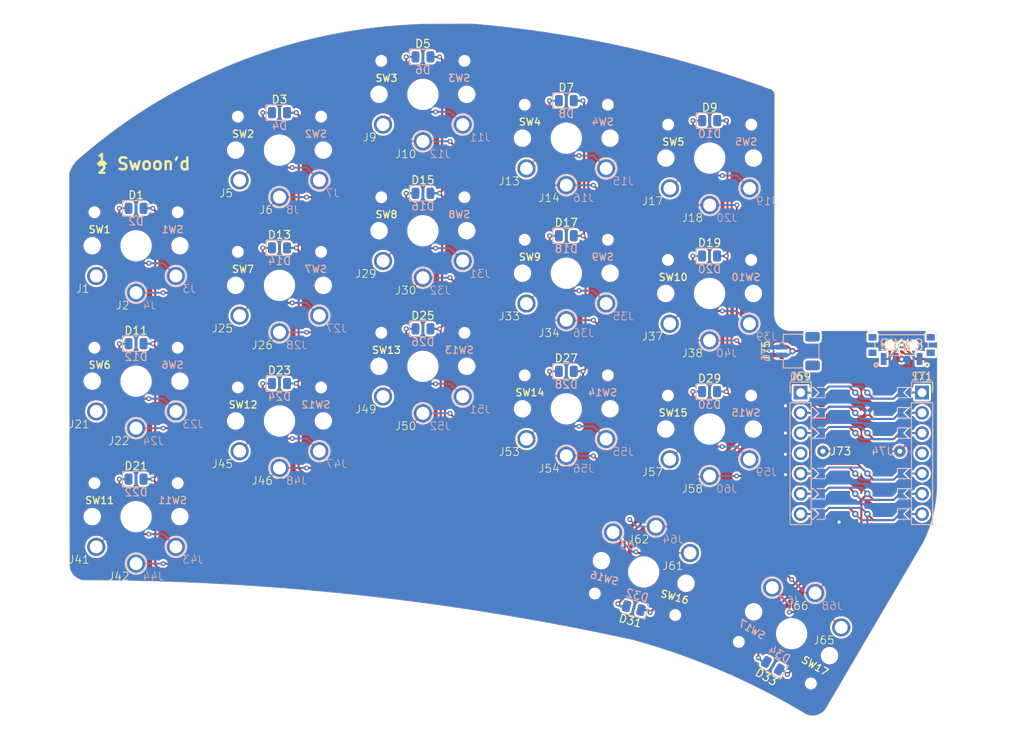
<source format=kicad_pcb>
(kicad_pcb (version 20240108) (generator "pcbnew") (generator_version "8.0")
  (layers (0 "F.Cu" signal) (31 "B.Cu" signal) (34 "B.Paste" user) (35 "F.Paste" user) (36 "B.SilkS" user "B.Silkscreen") (37 "F.SilkS" user "F.Silkscreen") (38 "B.Mask" user) (39 "F.Mask" user) (44 "Edge.Cuts" user))
  (net 0 "")
  (net 1 "/col1")
  (net 2 "Net-(D1-K)")
  (net 3 "Net-(D3-K)")
  (net 4 "/col2")
  (net 5 "/col3")
  (net 6 "Net-(D5-K)")
  (net 7 "Net-(D7-K)")
  (net 8 "/col4")
  (net 9 "Net-(D10-K)")
  (net 10 "/col5")
  (net 11 "Net-(D11-K)")
  (net 12 "Net-(D13-K)")
  (net 13 "Net-(D15-K)")
  (net 14 "Net-(D17-K)")
  (net 15 "Net-(D19-K)")
  (net 16 "Net-(D21-K)")
  (net 17 "Net-(D23-K)")
  (net 18 "Net-(D25-K)")
  (net 19 "Net-(D27-K)")
  (net 20 "Net-(D29-K)")
  (net 21 "Net-(D31-K)")
  (net 22 "Net-(D33-K)")
  (net 23 "/BAT+")
  (net 24 "Net-(J69-Pin_3)")
  (net 25 "Net-(J69-Pin_7)")
  (net 26 "Net-(J69-Pin_6)")
  (net 27 "Net-(J69-Pin_5)")
  (net 28 "Net-(J69-Pin_2)")
  (net 29 "Net-(J69-Pin_1)")
  (net 30 "Net-(J69-Pin_4)")
  (net 31 "Net-(J71-Pin_4)")
  (net 32 "Net-(J71-Pin_7)")
  (net 33 "Net-(J71-Pin_3)")
  (net 34 "Net-(J71-Pin_6)")
  (net 35 "Net-(J71-Pin_2)")
  (net 36 "Net-(J71-Pin_5)")
  (net 37 "Net-(J71-Pin_1)")
  (net 38 "GND")
  (net 39 "Net-(J75-Pin_2)")
  (net 40 "/row4")
  (net 41 "/row2")
  (net 42 "/row3")
  (net 43 "/row1")
  (footprint "Swoon:SW_PG1350_vias" (layer "F.Cu") (at 100.699 75.553)
    (property "Reference" "SW1" (hide yes))
    (property "Value" "SW_Push" (hide yes))
  )
  (footprint "Swoon:SW_PG1350_vias" (layer "F.Cu") (at 118.699 63.553)
    (property "Reference" "SW2" (hide yes))
    (property "Value" "SW_Push" (hide yes))
  )
  (footprint "Swoon:SW_PG1350_vias" (layer "F.Cu") (at 136.699 56.553)
    (property "Reference" "SW3" (hide yes))
    (property "Value" "SW_Push" (hide yes))
  )
  (footprint "Swoon:SW_PG1350_vias" (layer "F.Cu") (at 154.699 62.053)
    (property "Reference" "SW4" (hide yes))
    (property "Value" "SW_Push" (hide yes))
  )
  (footprint "Swoon:SW_PG1350_vias" (layer "F.Cu") (at 172.699 64.553)
    (property "Reference" "SW5" (hide yes))
    (property "Value" "SW_Push" (hide yes))
  )
  (footprint "Swoon:SW_PG1350_vias" (layer "F.Cu") (at 100.699 92.553)
    (property "Reference" "SW6" (hide yes))
    (property "Value" "SW_Push" (hide yes))
  )
  (footprint "Swoon:SW_PG1350_vias" (layer "F.Cu") (at 118.699 80.527)
    (property "Reference" "SW7" (hide yes))
    (property "Value" "SW_Push" (hide yes))
  )
  (footprint "Swoon:SW_PG1350_vias" (layer "F.Cu") (at 136.699 73.669)
    (property "Reference" "SW8" (hide yes))
    (property "Value" "SW_Push" (hide yes))
  )
  (footprint "Swoon:SW_PG1350_vias" (layer "F.Cu") (at 154.699 79.003)
    (property "Reference" "SW9" (hide yes))
    (property "Value" "SW_Push" (hide yes))
  )
  (footprint "Swoon:SW_PG1350_vias" (layer "F.Cu") (at 172.679 81.543)
    (property "Reference" "SW10" (hide yes))
    (property "Value" "SW_Push" (hide yes))
  )
  (footprint "Swoon:SW_PG1350_vias" (layer "F.Cu") (at 100.699 109.553)
    (property "Reference" "SW11" (hide yes))
    (property "Value" "SW_Push" (hide yes))
  )
  (footprint "Swoon:SW_PG1350_vias" (layer "F.Cu") (at 118.699 97.545)
    (property "Reference" "SW12" (hide yes))
    (property "Value" "SW_Push" (hide yes))
  )
  (footprint "Swoon:SW_PG1350_vias" (layer "F.Cu") (at 136.699 90.687)
    (property "Reference" "SW13" (hide yes))
    (property "Value" "SW_Push" (hide yes))
  )
  (footprint "Swoon:SW_PG1350_vias" (layer "F.Cu") (at 154.699 96.021)
    (property "Reference" "SW14" (hide yes))
    (property "Value" "SW_Push" (hide yes))
  )
  (footprint "Swoon:SW_PG1350_vias" (layer "F.Cu") (at 172.679 98.561)
    (property "Reference" "SW15" (hide yes))
    (property "Value" "SW_Push" (hide yes))
  )
  (footprint "Swoon:SW_PG1350_vias" (layer "F.Cu") (at 182.975 124.253 150)
    (property "Reference" "SW17" (hide yes))
    (property "Value" "SW_Push" (hide yes))
  )
  (footprint "Swoon:SW_PG1350_vias" (layer "F.Cu") (at 164.415 116.503 165)
    (property "Reference" "SW16" (hide yes))
    (property "Value" "SW_Push" (hide yes))
  )
  (footprint "Swoon:xiao_nRF52840" (layer "F.Cu") (at 191.729 101.609 -90)
    (property "Reference" "U1" (hide yes))
    (property "Value" "xiao-kbd" (hide yes))
  )
  (footprint "Swoon:3305-0-15-80-47-27-10-0" (layer "F.Cu") (at 136.699 79.569)
    (property "Reference" "J30")
    (property "Value" "3305-0-15-80-47-27-10-0")
  )
  (footprint "Swoon:3305-0-15-80-47-27-10-0" (layer "F.Cu") (at 100.699 81.453)
    (property "Reference" "J2")
    (property "Value" "3305-0-15-80-47-27-10-0")
  )
  (footprint "Diode_SMD:D_0805_2012Metric" (layer "F.Cu") (at 100.699 104.853)
    (property "Reference" "D21")
    (property "Value" "CD4148WSP-C109001")
  )
  (footprint "Swoon:3305-0-15-80-47-27-10-0" (layer "F.Cu") (at 154.699 84.903)
    (property "Reference" "J34")
    (property "Value" "3305-0-15-80-47-27-10-0")
  )
  (footprint "Swoon:3305-0-15-80-47-27-10-0" (layer "F.Cu") (at 172.699 70.453)
    (property "Reference" "J18")
    (property "Value" "3305-0-15-80-47-27-10-0")
  )
  (footprint "Swoon:3305-0-15-80-47-27-10-0" (layer "F.Cu") (at 136.699 62.453)
    (property "Reference" "J10")
    (property "Value" "3305-0-15-80-47-27-10-0")
  )
  (footprint "Diode_SMD:D_0805_2012Metric" (layer "F.Cu") (at 118.699 92.845)
    (property "Reference" "D23")
    (property "Value" "CD4148WSP-C109001")
  )
  (footprint "Swoon:3305-0-15-80-47-27-10-0" (layer "F.Cu") (at 149.699 65.853)
    (property "Reference" "J13")
    (property "Value" "3305-0-15-80-47-27-10-0")
  )
  (footprint "Diode_SMD:D_0805_2012Metric" (layer "F.Cu") (at 172.699 59.853)
    (property "Reference" "D9")
    (property "Value" "CD4148WSP-C109001")
  )
  (footprint "Swoon:3305-0-15-80-47-27-10-0" (layer "F.Cu") (at 95.699 79.353)
    (property "Reference" "J1")
    (property "Value" "3305-0-15-80-47-27-10-0")
  )
  (footprint "Swoon:3305-0-15-80-47-27-10-0" (layer "F.Cu") (at 100.699 98.453)
    (property "Reference" "J22")
    (property "Value" "3305-0-15-80-47-27-10-0")
  )
  (footprint "Swoon:3305-0-15-80-47-27-10-0" (layer "F.Cu") (at 149.699 82.803)
    (property "Reference" "J33")
    (property "Value" "3305-0-15-80-47-27-10-0")
  )
  (footprint "Swoon:3305-0-15-80-47-27-10-0" (layer "F.Cu") (at 170.228142 114.126577)
    (property "Reference" "J61")
    (property "Value" "3305-0-15-80-47-27-10-0")
  )
  (footprint "Swoon:3305-0-15-80-47-27-10-0" (layer "F.Cu") (at 167.679 102.361)
    (property "Reference" "J57")
    (property "Value" "3305-0-15-80-47-27-10-0")
  )
  (footprint "Swoon:3305-0-15-80-47-27-10-0" (layer "F.Cu") (at 118.699 103.445)
    (property "Reference" "J46")
    (property "Value" "3305-0-15-80-47-27-10-0")
  )
  (footprint "Swoon:3305-0-15-80-47-27-10-0" (layer "F.Cu") (at 131.699 94.487)
    (property "Reference" "J49")
    (property "Value" "3305-0-15-80-47-27-10-0")
  )
  (footprint "Diode_SMD:D_0805_2012Metric" (layer "F.Cu") (at 172.679 76.843)
    (property "Reference" "D19")
    (property "Value" "CD4148WSP-C109001")
  )
  (footprint "Swoon:3305-0-15-80-47-27-10-0" (layer "F.Cu") (at 136.699 96.587)
    (property "Reference" "J50")
    (property "Value" "3305-0-15-80-47-27-10-0")
  )
  (footprint "Swoon:3305-0-15-80-47-27-10-0" (layer "F.Cu") (at 113.699 84.327)
    (property "Reference" "J25")
    (property "Value" "3305-0-15-80-47-27-10-0")
  )
  (footprint "Swoon:3305-0-15-80-47-27-10-0" (layer "F.Cu") (at 95.699 113.353)
    (property "Reference" "J41")
    (property "Value" "3305-0-15-80-47-27-10-0")
  )
  (footprint "Swoon:3305-0-15-80-47-27-10-0" (layer "F.Cu") (at 118.699 86.427)
    (property "Reference" "J26")
    (property "Value" "3305-0-15-80-47-27-10-0")
  )
  (footprint "Diode_SMD:D_0805_2012Metric" (layer "F.Cu") (at 154.699 91.321)
    (property "Reference" "D27")
    (property "Value" "CD4148WSP-C109001")
  )
  (footprint "Diode_SMD:D_0805_2012Metric" (layer "F.Cu") (at 118.699 58.853)
    (property "Reference" "D3")
    (property "Value" "CD4148WSP-C109001")
  )
  (footprint "Swoon:3305-0-15-80-47-27-10-0" (layer "F.Cu") (at 189.205127 123.462103)
    (property "Reference" "J65")
    (property "Value" "3305-0-15-80-47-27-10-0")
  )
  (footprint "Swoon:3305-0-15-80-47-27-10-0" (layer "F.Cu") (at 131.699 60.353)
    (property "Reference" "J9")
    (property "Value" "3305-0-15-80-47-27-10-0")
  )
  (footprint "Swoon:3305-0-15-80-47-27-10-0" (layer "F.Cu") (at 100.699 115.453)
    (property "Reference" "J42")
    (property "Value" "3305-0-15-80-47-27-10-0")
  )
  (footprint "Swoon:JST_SH_SM02B-SRSS-TB_1x02-1MP_P1.00mm_Horizontal" (layer "F.Cu") (at 183.728 88.782 90)
    (property "Reference" "J75")
    (property "Value" "JST SM02B-SRSS-TB(LF)(SN)")
  )
  (footprint "Swoon:3305-0-15-80-47-27-10-0" (layer "F.Cu") (at 167.679 85.343)
    (property "Reference" "J37")
    (property "Value" "3305-0-15-80-47-27-10-0")
  )
  (footprint "Diode_SMD:D_0805_2012Metric" (layer "F.Cu") (at 163.16362 121.04336 165)
    (property "Reference" "D31")
    (property "Value" "CD4148WSP-C109001")
  )
  (footprint "Swoon:3305-0-15-80-47-27-10-0" (layer "F.Cu") (at 118.699 69.453)
    (property "Reference" "J6")
    (property "Value" "3305-0-15-80-47-27-10-0")
  )
  (footprint "Swoon:3305-0-15-80-47-27-10-0" (layer "F.Cu") (at 113.699 67.353)
    (property "Reference" "J5")
    (property "Value" "3305-0-15-80-47-27-10-0")
  )
  (footprint "Diode_SMD:D_0805_2012Metric" (layer "F.Cu") (at 118.699 75.827)
    (property "Reference" "D13")
    (property "Value" "CD4148WSP-C109001")
  )
  (footprint "Diode_SMD:D_0805_2012Metric" (layer "F.Cu") (at 172.679 93.861)
    (property "Reference" "D29")
    (property "Value" "CD4148WSP-C109001")
  )
  (footprint "Swoon:3305-0-15-80-47-27-10-0" (layer "F.Cu") (at 113.699 101.345)
    (property "Reference" "J45")
    (property "Value" "3305-0-15-80-47-27-10-0")
  )
  (footprint "Diode_SMD:D_0805_2012Metric" (layer "F.Cu") (at 136.699 68.969)
    (property "Reference" "D15")
    (property "Value" "CD4148WSP-C109001")
  )
  (footprint "Swoon:3305-0-15-80-47-27-10-0" (layer "F.Cu") (at 172.679 104.461)
    (property "Reference" "J58")
    (property "Value" "3305-0-15-80-47-27-10-0")
  )
  (footprint "Diode_SMD:D_0805_2012Metric" (layer "F.Cu") (at 154.699 74.303)
    (property "Reference" "D17")
    (property "Value" "CD4148WSP-C109001")
  )
  (footprint "Swoon:3305-0-15-80-47-27-10-0" (layer "F.Cu") (at 185.925 119.14345)
    (property "Reference" "J66")
    (property "Value" "3305-0-15-80-47-27-10-0")
  )
  (footprint "Swoon:MF254V-11-07-0743" (layer "F.Cu") (at 199.349 101.609 -90)
    (property "Reference" "J71")
    (property "Value" "MF254V-11-07-0743")
  )
  (footprint "Swoon:3305-0-15-80-47-27-10-0" (layer "F.Cu") (at 172.679 87.443)
    (property "Reference" "J38")
    (property "Value" "3305-0-15-80-47-27-10-0")
  )
  (footprint "Diode_SMD:D_0805_2012Metric" (layer "F.Cu") (at 100.699 70.853)
    (property "Reference" "D1")
    (property "Value" "CD4148WSP-C109001")
  )
  (footprint "Swoon:MF254V-11-07-0743" (layer "F.Cu") (at 184.109 101.609 -90)
    (property "Reference" "J69")
    (property "Value" "MF254V-11-07-0743")
  )
  (footprint "Swoon:3305-0-15-80-47-27-10-0" (layer "F.Cu") (at 165.942032 110.804038)
    (property "Reference" "J62")
    (property "Value" "3305-0-15-80-47-27-10-0")
  )
  (footprint "Diode_SMD:D_0805_2012Metric" (layer "F.Cu") (at 154.699 57.353)
    (property "Reference" "D7")
    (property "Value" "CD4148WSP-C109001")
  )
  (footprint "Swoon:3305-0-15-80-47-27-10-0" (layer "F.Cu") (at 131.699 77.469)
    (property "Reference" "J29")
    (property "Value" "3305-0-15-80-47-27-10-0")
  )
  (footprint "Swoon:3305-0-15-80-47-27-10-0" (layer "F.Cu") (at 154.699 101.921)
    (property "Reference" "J54")
    (property "Value" "3305-0-15-80-47-27-10-0")
  )
  (footprint "Swoon:SW_PCM12SMTR" (layer "F.Cu") (at 196.785 88.02 180)
    (property "Reference" "SW18")
    (property "Value" "PCM12SMTR")
  )
  (footprint "Swoon:3305-0-15-80-47-27-10-0" (layer "F.Cu") (at 154.699 67.953)
    (property "Reference" "J14")
    (property "Value" "3305-0-15-80-47-27-10-0")
  )
  (footprint "Diode_SMD:D_0805_2012Metric" (layer "F.Cu") (at 180.619963 128.27147 150)
    (property "Reference" "D33")
    (property "Value" "CD4148WSP-C109001")
  )
  (footprint "Swoon:3305-0-15-80-47-27-10-0" (layer "F.Cu") (at 95.699 96.353)
    (property "Reference" "J21")
    (property "Value" "3305-0-15-80-47-27-10-0")
  )
  (footprint "Diode_SMD:D_0805_2012Metric" (layer "F.Cu") (at 136.699 85.987)
    (property "Reference" "D25")
    (property "Value" "CD4148WSP-C109001")
  )
  (footprint "Swoon:3305-0-15-80-47-27-10-0" (layer "F.Cu") (at 167.699 68.353)
    (property "Reference" "J17")
    (property "Value" "3305-0-15-80-47-27-10-0")
  )
  (footprint "Diode_SMD:D_0805_2012Metric" (layer "F.Cu") (at 100.699 87.853)
    (property "Reference" "D11")
    (property "Value" "CD4148WSP-C109001")
  )
  (footprint "Diode_SMD:D_0805_2012Metric" (layer "F.Cu") (at 136.699 51.853)
    (property "Reference" "D5")
    (property "Value" "CD4148WSP-C109001")
  )
  (footprint "Swoon:0906-2-15-20-75-14-11-0" (layer "F.Cu") (at 186.903 101.355)
    (property "Reference" "J73")
    (property "Value" "Mill Max 0906-2-15-20-75-14-11-0")
  )
  (footprint "Swoon:3305-0-15-80-47-27-10-0" (layer "F.Cu") (at 149.699 99.821)
    (property "Reference" "J53")
    (property "Value" "3305-0-15-80-47-27-10-0")
  )
  (footprint "Swoon:3305-0-15-80-47-27-10-0" (layer "B.Cu") (at 118.699 69.453 180)
    (property "Reference" "J8")
    (property "Value" "3305-0-15-80-47-27-10-0")
  )
  (footprint "Swoon:3305-0-15-80-47-27-10-0" (layer "B.Cu") (at 154.699 101.921 180)
    (property "Reference" "J56")
    (property "Value" "3305-0-15-80-47-27-10-0")
  )
  (footprint "Swoon:3305-0-15-80-47-27-10-0" (layer "B.Cu") (at 118.699 103.445 180)
    (property "Reference" "J48")
    (property "Value" "3305-0-15-80-47-27-10-0")
  )
  (footprint "Diode_SMD:D_0805_2012Metric" (layer "B.Cu") (at 100.699 87.853)
    (property "Reference" "D12")
    (property "Value" "CD4148WSP-C109001")
  )
  (footprint "Swoon:3305-0-15-80-47-27-10-0" (layer "B.Cu") (at 118.699 86.427 180)
    (property "Reference" "J28")
    (property "Value" "3305-0-15-80-47-27-10-0")
  )
  (footprint "Diode_SMD:D_0805_2012Metric" (layer "B.Cu") (at 154.699 74.303)
    (property "Reference" "D18")
    (property "Value" "CD4148WSP-C109001")
  )
  (footprint "Swoon:3305-0-15-80-47-27-10-0" (layer "B.Cu") (at 123.699 84.327 180)
    (property "Reference" "J27")
    (property "Value" "3305-0-15-80-47-27-10-0")
  )
  (footprint "Swoon:MF254V-11-07-0743" (layer "B.Cu") (at 199.349 101.609 -90)
    (property "Reference" "J72")
    (property "Value" "MF254V-11-07-0743")
  )
  (footprint "Swoon:3305-0-15-80-47-27-10-0" (layer "B.Cu") (at 123.699 101.345 180)
    (property "Reference" "J47")
    (property "Value" "3305-0-15-80-47-27-10-0")
  )
  (footprint "Swoon:3305-0-15-80-47-27-10-0" (layer "B.Cu") (at 154.699 67.953 180)
    (property "Reference" "J16")
    (property "Value" "3305-0-15-80-47-27-10-0")
  )
  (footprint "Swoon:MF254V-11-07-0743" (layer "B.Cu") (at 184.109 101.609 -90)
    (property "Reference" "J70")
    (property "Value" "MF254V-11-07-0743")
  )
  (footprint "Swoon:3305-0-15-80-47-27-10-0" (layer "B.Cu") (at 141.699 77.469 180)
    (property "Reference" "J31")
    (property "Value" "3305-0-15-80-47-27-10-0")
  )
  (footprint "Swoon:3305-0-15-80-47-27-10-0" (layer "B.Cu") (at 123.699 67.353 180)
    (property "Reference" "J7")
    (property "Value" "3305-0-15-80-47-27-10-0")
  )
  (footprint "Diode_SMD:D_0805_2012Metric" (layer "B.Cu") (at 163.16362 121.04336 165)
    (property "Reference" "D32")
    (property "Value" "CD4148WSP-C109001")
  )
  (footprint "Swoon:3305-0-15-80-47-27-10-0" (layer "B.Cu") (at 177.699 68.353 180)
    (property "Reference" "J19")
    (property "Value" "3305-0-15-80-47-27-10-0")
  )
  (footprint "Diode_SMD:D_0805_2012Metric" (layer "B.Cu") (at 100.699 104.853)
    (property "Reference" "D22")
    (property "Value" "CD4148WSP-C109001")
  )
  (footprint "Swoon:3305-0-15-80-47-27-10-0" (layer "B.Cu") (at 154.699 84.903 180)
    (property "Reference" "J36")
    (property "Value" "3305-0-15-80-47-27-10-0")
  )
  (footprint "Diode_SMD:D_0805_2012Metric" (layer "B.Cu") (at 172.679 93.861)
    (property "Reference" "D30")
    (property "Value" "CD4148WSP-C109001")
  )
  (footprint "Swoon:3305-0-15-80-47-27-10-0" (layer "B.Cu") (at 100.699 115.453 180)
    (property "Reference" "J44")
    (property "Value" "3305-0-15-80-47-27-10-0")
  )
  (footprint "Swoon:3305-0-15-80-47-27-10-0" (layer "B.Cu") (at 185.925 119.14345 180)
    (property "Reference" "J68")
    (property "Value" "3305-0-15-80-47-27-10-0")
  )
  (footprint "Diode_SMD:D_0805_2012Metric" (layer "B.Cu") (at 172.679 76.843)
    (property "Reference" "D20")
    (property "Value" "CD4148WSP-C109001")
  )
  (footprint "Swoon:3305-0-15-80-47-27-10-0" (layer "B.Cu") (at 165.942032 110.804038 180)
    (property "Reference" "J64")
    (property "Value" "3305-0-15-80-47-27-10-0")
  )
  (footprint "Swoon:3305-0-15-80-47-27-10-0" (layer "B.Cu") (at 172.699 70.453 180)
    (property "Reference" "J20")
    (property "Value" "3305-0-15-80-47-27-10-0")
  )
  (footprint "Swoon:3305-0-15-80-47-27-10-0" (layer "B.Cu") (at 177.679 85.343 180)
    (property "Reference" "J39")
    (property "Value" "3305-0-15-80-47-27-10-0")
  )
  (footprint "Diode_SMD:D_0805_2012Metric" (layer "B.Cu") (at 118.699 58.853)
    (property "Reference" "D4")
    (property "Value" "CD4148WSP-C109001")
  )
  (footprint "Swoon:3305-0-15-80-47-27-10-0" (layer "B.Cu") (at 100.699 98.453 180)
    (property "Reference" "J24")
    (property "Value" "3305-0-15-80-47-27-10-0")
  )
  (footprint "Swoon:3305-0-15-80-47-27-10-0" (layer "B.Cu") (at 136.699 62.453 180)
    (property "Reference" "J12")
    (property "Value" "3305-0-15-80-47-27-10-0")
  )
  (footprint "Swoon:3305-0-15-80-47-27-10-0" (layer "B.Cu") (at 180.544873 118.462103 180)
    (property "Reference" "J67")
    (property "Value" "3305-0-15-80-47-27-10-0")
  )
  (footprint "Swoon:3305-0-15-80-47-27-10-0" (layer "B.Cu") (at 159.699 65.853 180)
    (property "Reference" "J15")
    (property "Value" "3305-0-15-80-47-27-10-0")
  )
  (footprint "Swoon:3305-0-15-80-47-27-10-0" (layer "B.Cu") (at 105.699 96.353 180)
    (property "Reference" "J23")
    (property "Value" "3305-0-15-80-47-27-10-0")
  )
  (footprint "Swoon:3305-0-15-80-47-27-10-0" (layer "B.Cu") (at 159.699 99.821 180)
    (property "Reference" "J55")
    (property "Value" "3305-0-15-80-47-27-10-0")
  )
  (footprint "Diode_SMD:D_0805_2012Metric" (layer "B.Cu") (at 118.699 92.845)
    (property "Reference" "D24")
    (property "Value" "CD4148WSP-C109001")
  )
  (footprint "Swoon:0906-2-15-20-75-14-11-0" (layer "B.Cu") (at 196.555 101.355 180)
    (property "Reference" "J74")
    (property "Value" "Mill Max 0906-2-15-20-75-14-11-0")
  )
  (footprint "Swoon:3305-0-15-80-47-27-10-0" (layer "B.Cu") (at 159.699 82.803 180)
    (property "Reference" "J35")
    (property "Value" "3305-0-15-80-47-27-10-0")
  )
  (footprint "Diode_SMD:D_0805_2012Metric" (layer "B.Cu") (at 118.699 75.827)
    (property "Reference" "D14")
    (property "Value" "CD4148WSP-C109001")
  )
  (footprint "Swoon:JST_SH_SM02B-SRSS-TB_1x02-1MP_P1.00mm_Horizontal" (layer "B.Cu") (at 183.728 88.782 -90)
    (property "Reference" "J76")
    (property "Value" "JST SM02B-SRSS-TB(LF)(SN)")
  )
  (footprint "Swoon:3305-0-15-80-47-27-10-0" (layer "B.Cu") (at 141.699 94.487 180)
    (property "Reference" "J51")
    (property "Value" "3305-0-15-80-47-27-10-0")
  )
  (footprint "Swoon:3305-0-15-80-47-27-10-0" (layer "B.Cu") (at 136.699 96.587 180)
    (property "Reference" "J52")
    (property "Value" "3305-0-15-80-47-27-10-0")
  )
  (footprint "Swoon:SW_PCM12SMTR" (layer "B.Cu") (at 196.785 88.02)
    (property "Reference" "SW19")
    (property "Value" "PCM12SMTR")
  )
  (footprint "Swoon:3305-0-15-80-47-27-10-0" (layer "B.Cu") (at 141.699 60.353 180)
    (property "Reference" "J11")
    (property "Value" "3305-0-15-80-47-27-10-0")
  )
  (footprint "Diode_SMD:D_0805_2012Metric" (layer "B.Cu") (at 136.699 85.987)
    (property "Reference" "D26")
    (property "Value" "CD4148WSP-C109001")
  )
  (footprint "Swoon:3305-0-15-80-47-27-10-0" (layer "B.Cu") (at 105.699 79.353 180)
    (property "Reference" "J3")
    (property "Value" "3305-0-15-80-47-27-10-0")
  )
  (footprint "Diode_SMD:D_0805_2012Metric" (layer "B.Cu") (at 172.699 59.853)
    (property "Reference" "D10")
    (property "Value" "CD4148WSP-C109001")
  )
  (footprint "Swoon:3305-0-15-80-47-27-10-0" (layer "B.Cu") (at 160.568883 111.538387 180)
    (property "Reference" "J63")
    (property "Value" "3305-0-15-80-47-27-10-0")
  )
  (footprint "Swoon:3305-0-15-80-47-27-10-0" (layer "B.Cu") (at 136.699 79.569 180)
    (property "Reference" "J32")
    (property "Value" "3305-0-15-80-47-27-10-0")
  )
  (footprint "Swoon:3305-0-15-80-47-27-10-0" (layer "B.Cu") (at 172.679 104.461 180)
    (property "Reference" "J60")
    (property "Value" "3305-0-15-80-47-27-10-0")
  )
  (footprint "Diode_SMD:D_0805_2012Metric" (layer "B.Cu") (at 154.699 57.353)
    (property "Reference" "D8")
    (property "Value" "CD4148WSP-C109001")
  )
  (footprint "Swoon:3305-0-15-80-47-27-10-0" (layer "B.Cu") (at 100.699 81.453 180)
    (property "Reference" "J4")
    (property "Value" "3305-0-15-80-47-27-10-0")
  )
  (footprint "Diode_SMD:D_0805_2012Metric" (layer "B.Cu") (at 136.699 68.969)
    (property "Reference" "D16")
    (property "Value" "CD4148WSP-C109001")
  )
  (footprint "Diode_SMD:D_0805_2012Metric" (layer "B.Cu") (at 136.699 51.853)
    (property "Reference" "D6")
    (property "Value" "CD4148WSP-C109001")
  )
  (footprint "Swoon:3305-0-15-80-47-27-10-0" (layer "B.Cu") (at 172.679 87.443 180)
    (property "Reference" "J40")
    (property "Value" "3305-0-15-80-47-27-10-0")
  )
  (footprint "Diode_SMD:D_0805_2012Metric" (layer "B.Cu") (at 154.699 91.321)
    (property "Reference" "D28")
    (property "Value" "CD4148WSP-C109001")
  )
  (footprint "Swoon:3305-0-15-80-47-27-10-0" (layer "B.Cu") (at 177.679 102.361 180)
    (property "Reference" "J59")
    (property "Value" "3305-0-15-80-47-27-10-0")
  )
  (footprint "Diode_SMD:D_0805_2012Metric" (layer "B.Cu") (at 180.619963 128.27147 150)
    (property "Reference" "D34")
    (property "Value" "CD4148WSP-C109001")
  )
  (footprint "Diode_SMD:D_0805_2012Metric" (layer "B.Cu") (at 100.699 70.853)
    (property "Reference" "D2")
    (property "Value" "CD4148WSP-C109001")
  )
  (footprint "Swoon:3305-0-15-80-47-27-10-0" (layer "B.Cu") (at 105.699 113.353 180)
    (property "Reference" "J43")
    (property "Value" "3305-0-15-80-47-27-10-0")
  )
  (gr_arc (start 200.504304 86.239736) (mid 201.034632 86.459407) (end 201.254304 86.989736) (stroke (width 0.05)) (layer "Edge.Cuts"))
  (gr_line (start 92.309055 66.449702) (end 92.349254 115.718024) (stroke (width 0.05)) (layer "Edge.Cuts"))
  (gr_arc (start 180.40629 55.929889) (mid 180.723054 56.206654) (end 180.841045 56.610419) (stroke (width 0.05)) (layer "Edge.Cuts"))
  (gr_arc (start 163.028134 125.034946) (mid 174.105488 128.894597) (end 184.557 134.221) (stroke (width 0.05)) (layer "Edge.Cuts"))
  (gr_arc (start 92.309055 66.449702) (mid 92.865929 65.331882) (end 93.736 64.436) (stroke (width 0.05)) (layer "Edge.Cuts"))
  (gr_arc (start 182.839 86.244264) (mid 181.426529 85.695063) (end 180.803999 84.313346) (stroke (width 0.05)) (layer "Edge.Cuts"))
  (gr_arc (start 142.910777 47.673679) (mid 161.934879 50.546764) (end 180.40629 55.929889) (stroke (width 0.05)) (layer "Edge.Cuts"))
  (gr_arc (start 187.289 133.622265) (mid 186.047995 134.49198) (end 184.557 134.221) (stroke (width 0.05)) (layer "Edge.Cuts"))
  (gr_arc (start 94.387 117.554119) (mid 128.907442 119.460554) (end 163.028134 125.034946) (stroke (width 0.05)) (layer "Edge.Cuts"))
  (gr_arc (start 94.387 117.554119) (mid 92.999572 117.045103) (end 92.349254 115.718024) (stroke (width 0.05)) (layer "Edge.Cuts"))
  (gr_line (start 201.254304 86.989736) (end 201.254 91.957) (stroke (width 0.05)) (layer "Edge.Cuts"))
  (gr_line (start 180.803999 84.313346) (end 180.841045 56.610419) (stroke (width 0.05)) (layer "Edge.Cuts"))
  (gr_line (start 182.839 86.244264) (end 200.504304 86.239736) (stroke (width 0.05)) (layer "Edge.Cuts"))
  (gr_arc (start 93.736 64.436) (mid 114.712524 52.004455) (end 138.709389 47.679139) (stroke (width 0.05)) (layer "Edge.Cuts"))
  (gr_line (start 199.507304 112.785) (end 187.289 133.622265) (stroke (width 0.05)) (layer "Edge.Cuts"))
  (gr_arc (start 201.254 105.46085) (mid 200.796914 109.222197) (end 199.507304 112.785) (stroke (width 0.05)) (layer "Edge.Cuts"))
  (gr_line (start 142.910777 47.673679) (end 138.709389 47.679139) (stroke (width 0.05)) (layer "Edge.Cuts"))
  (gr_line (start 201.254 91.957) (end 201.266 99.323) (stroke (width 0.05)) (layer "Edge.Cuts"))
  (gr_line (start 201.266 99.323) (end 201.254 105.46085) (stroke (width 0.05)) (layer "Edge.Cuts"))
  (gr_text "½ Swoon'd" (at 101.559 65.287 0) (layer "F.SilkS") (effects (font (size 1.5 1.5) (thickness 0.3))))
  (segment (start 164.297 110.245) (end 164.297 108.594) (width 0.25) (layer "F.Cu") (net 1))
  (segment (start 103.109 104.543) (end 102.799 104.853) (width 0.25) (layer "F.Cu") (net 1))
  (segment (start 161.170106 120.499331) (end 162.024883 119.644554) (width 0.25) (layer "F.Cu") (net 1))
  (segment (start 103.109 71.163) (end 103.109 87.543) (width 0.25) (layer "F.Cu") (net 1))
  (segment (start 162.024883 112.517117) (end 164.297 110.245) (width 0.25) (layer "F.Cu") (net 1))
  (segment (start 118.704 104.911) (end 107.527 116.088) (width 0.25) (layer "F.Cu") (net 1))
  (segment (start 161.249 108.594) (end 157.566 104.911) (width 0.25) (layer "F.Cu") (net 1))
  (segment (start 157.566 104.911) (end 118.704 104.911) (width 0.25) (layer "F.Cu") (net 1))
  (segment (start 103.109 115.605) (end 103.109 105.163) (width 0.25) (layer "F.Cu") (net 1))
  (segment (start 183.22 110.626) (end 185.21527 110.626) (width 0.25) (layer "F.Cu") (net 1))
  (segment (start 101.6365 104.853) (end 102.799 104.853) (width 0.25) (layer "F.Cu") (net 1))
  (segment (start 185.21527 110.626) (end 186.61227 109.229) (width 0.25) (layer "F.Cu") (net 1))
  (segment (start 102.799 87.853) (end 103.109 88.163) (width 0.25) (layer "F.Cu") (net 1))
  (segment (start 103.109 105.163) (end 102.799 104.853) (width 0.25) (layer "F.Cu") (net 1))
  (segment (start 102.799 70.853) (end 103.109 71.163) (width 0.25) (layer "F.Cu") (net 1))
  (segment (start 103.109 88.163) (end 103.109 104.543) (width 0.25) (layer "F.Cu") (net 1))
  (segment (start 186.61227 109.229) (end 186.903 109.229) (width 0.25) (layer "F.Cu") (net 1))
  (segment (start 161.471492 120.800717) (end 161.170106 120.499331) (width 0.25) (layer "F.Cu") (net 1))
  (segment (start 164.297 108.594) (end 181.188 108.594) (width 0.25) (layer "F.Cu") (net 1))
  (segment (start 101.6365 70.853) (end 102.799 70.853) (width 0.25) (layer "F.Cu") (net 1))
  (segment (start 101.6365 87.853) (end 102.799 87.853) (width 0.25) (layer "F.Cu") (net 1))
  (segment (start 181.188 108.594) (end 183.22 110.626) (width 0.25) (layer "F.Cu") (net 1))
  (segment (start 103.592 116.088) (end 103.109 115.605) (width 0.25) (layer "F.Cu") (net 1))
  (segment (start 162.258065 120.800717) (end 161.471492 120.800717) (width 0.25) (layer "F.Cu") (net 1))
  (segment (start 164.297 108.594) (end 161.249 108.594) (width 0.25) (layer "F.Cu") (net 1))
  (segment (start 107.527 116.088) (end 103.592 116.088) (width 0.25) (layer "F.Cu") (net 1))
  (segment (start 162.024883 119.644554) (end 162.024883 112.517117) (width 0.25) (layer "F.Cu") (net 1))
  (segment (start 103.109 87.543) (end 102.799 87.853) (width 0.25) (layer "F.Cu") (net 1))
  (segment (start 101.6365 70.853) (end 102.799 70.853) (width 0.25) (layer "B.Cu") (net 1))
  (segment (start 101.6365 87.853) (end 102.799 87.853) (width 0.25) (layer "B.Cu") (net 1))
  (segment (start 162.258065 120.800717) (end 161.471492 120.800717) (width 0.25) (layer "B.Cu") (net 1))
  (segment (start 101.6365 104.853) (end 102.799 104.853) (width 0.25) (layer "B.Cu") (net 1))
  (segment (start 161.471492 120.800717) (end 161.170106 120.499331) (width 0.25) (layer "B.Cu") (net 1))
  (segment (start 98.599 77.748495) (end 98.603505 77.753) (width 0.25) (layer "F.Cu") (net 2))
  (segment (start 99.7615 70.853) (end 98.599 70.853) (width 0.25) (layer "F.Cu") (net 2))
  (segment (start 97.299 77.753) (end 95.699 79.353) (width 0.25) (layer "F.Cu") (net 2))
  (segment (start 102.299 77.753) (end 98.603505 77.753) (width 0.25) (layer "F.Cu") (net 2))
  (segment (start 98.599 70.853) (end 98.599 77.748495) (width 0.25) (layer "F.Cu") (net 2))
  (segment (start 98.603505 77.753) (end 97.299 77.753) (width 0.25) (layer "F.Cu") (net 2))
  (segment (start 99.7615 70.853) (end 98.599 70.853) (width 0.25) (layer "B.Cu") (net 2))
  (segment (start 102.299 77.753) (end 104.099 77.753) (width 0.25) (layer "B.Cu") (net 2))
  (segment (start 104.099 77.753) (end 105.699 79.353) (width 0.25) (layer "B.Cu") (net 2))
  (segment (start 115.299 65.753) (end 113.699 67.353) (width 0.25) (layer "F.Cu") (net 3))
  (segment (start 116.799 65.753) (end 115.299 65.753) (width 0.25) (layer "F.Cu") (net 3))
  (segment (start 116.599 65.553) (end 116.799 65.753) (width 0.25) (layer "F.Cu") (net 3))
  (segment (start 120.299 65.753) (end 116.799 65.753) (width 0.25) (layer "F.Cu") (net 3))
  (segment (start 116.599 58.853) (end 116.599 65.553) (width 0.25) (layer "F.Cu") (net 3))
  (segment (start 117.7615 58.853) (end 116.599 58.853) (width 0.25) (layer "F.Cu") (net 3))
  (segment (start 117.7615 58.853) (end 116.599 58.853) (width 0.25) (layer "B.Cu") (net 3))
  (segment (start 120.299 65.753) (end 122.099 65.753) (width 0.25) (layer "B.Cu") (net 3))
  (segment (start 122.099 65.753) (end 123.699 67.353) (width 0.25) (layer "B.Cu") (net 3))
  (segment (start 157.82 104.149) (end 161.535 107.864) (width 0.25) (layer "F.Cu") (net 4))
  (segment (start 121.109 59.163) (end 121.109 75.517) (width 0.25) (layer "F.Cu") (net 4))
  (segment (start 121.752 104.149) (end 157.82 104.149) (width 0.25) (layer "F.Cu") (net 4))
  (segment (start 191.729 110.372) (end 191.729 107.451) (width 0.25) (layer "F.Cu") (net 4))
  (segment (start 120.799 92.845) (end 121.109 93.155) (width 0.25) (layer "F.Cu") (net 4))
  (segment (start 191.316 107.864) (end 192.491 106.689) (width 0.25) (layer "F.Cu") (net 4))
  (segment (start 120.799 58.853) (end 121.109 59.163) (width 0.25) (layer "F.Cu") (net 4))
  (segment (start 121.109 92.535) (end 120.799 92.845) (width 0.25) (layer "F.Cu") (net 4))
  (segment (start 178.806347 123.294653) (end 191.729 110.372) (width 0.25) (layer "F.Cu") (net 4))
  (segment (start 179.335748 127.80272) (end 178.806347 127.273319) (width 0.25) (layer "F.Cu") (net 4))
  (segment (start 179.808064 127.80272) (end 179.335748 127.80272) (width 0.25) (layer "F.Cu") (net 4))
  (segment (start 119.6365 92.845) (end 120.799 92.845) (width 0.25) (layer "F.Cu") (net 4))
  (segment (start 121.109 103.506) (end 121.752 104.149) (width 0.25) (layer "F.Cu") (net 4))
  (segment (start 178.806347 127.273319) (end 178.806347 123.294653) (width 0.25) (layer "F.Cu") (net 4))
  (segment (start 119.6365 58.853) (end 120.799 58.853) (width 0.25) (layer "F.Cu") (net 4))
  (segment (start 121.109 93.155) (end 121.109 103.506) (width 0.25) (layer "F.Cu") (net 4))
  (segment (start 191.729 107.451) (end 192.491 106.689) (width 0.25) (layer "F.Cu") (net 4))
  (segment (start 161.535 107.864) (end 191.316 107.864) (width 0.25) (layer "F.Cu") (net 4))
  (segment (start 121.109 75.517) (end 120.799 75.827) (width 0.25) (layer "F.Cu") (net 4))
  (segment (start 120.799 75.827) (end 121.109 76.137) (width 0.25) (layer "F.Cu") (net 4))
  (segment (start 121.109 76.137) (end 121.109 92.535) (width 0.25) (layer "F.Cu") (net 4))
  (segment (start 119.6365 75.827) (end 120.799 75.827) (width 0.25) (layer "F.Cu") (net 4))
  (segment (start 179.808064 127.80272) (end 179.335748 127.80272) (width 0.25) (layer "B.Cu") (net 4))
  (segment (start 119.6365 92.845) (end 120.799 92.845) (width 0.25) (layer "B.Cu") (net 4))
  (segment (start 119.6365 75.827) (end 120.799 75.827) (width 0.25) (layer "B.Cu") (net 4))
  (segment (start 179.335748 127.80272) (end 178.806347 127.273319) (width 0.25) (layer "B.Cu") (net 4))
  (segment (start 119.6365 58.853) (end 120.799 58.853) (width 0.25) (layer "B.Cu") (net 4))
  (segment (start 137.6365 85.987) (end 138.799 85.987) (width 0.25) (layer "F.Cu") (net 5))
  (segment (start 139.109 85.677) (end 138.799 85.987) (width 0.25) (layer "F.Cu") (net 5))
  (segment (start 137.6365 51.853) (end 138.799 51.853) (width 0.25) (layer "F.Cu") (net 5))
  (segment (start 138.799 85.987) (end 138.934 86.122) (width 0.25) (layer "F.Cu") (net 5))
  (segment (start 139.109 52.163) (end 139.109 68.659) (width 0.25) (layer "F.Cu") (net 5))
  (segment (start 138.934 97.963) (end 144.348 103.377) (width 0.25) (layer "F.Cu") (net 5))
  (segment (start 139.109 69.279) (end 139.109 85.677) (width 0.25) (layer "F.Cu") (net 5))
  (segment (start 138.934 86.122) (end 138.934 97.963) (width 0.25) (layer "F.Cu") (net 5))
  (segment (start 138.799 68.969) (end 139.109 69.279) (width 0.25) (layer "F.Cu") (net 5))
  (segment (start 186.61227 106.689) (end 186.903 106.689) (width 0.25) (layer "F.Cu") (net 5))
  (segment (start 182.998 105.514) (end 185.43727 105.514) (width 0.25) (layer "F.Cu") (net 5))
  (segment (start 158.064 103.377) (end 161.884 107.197) (width 0.25) (layer "F.Cu") (net 5))
  (segment (start 138.799 51.853) (end 139.109 52.163) (width 0.25) (layer "F.Cu") (net 5))
  (segment (start 144.348 103.377) (end 158.064 103.377) (width 0.25) (layer "F.Cu") (net 5))
  (segment (start 139.109 68.659) (end 138.799 68.969) (width 0.25) (layer "F.Cu") (net 5))
  (segment (start 137.6365 68.969) (end 138.799 68.969) (width 0.25) (layer "F.Cu") (net 5))
  (segment (start 161.884 107.197) (end 181.315 107.197) (width 0.25) (layer "F.Cu") (net 5))
  (segment (start 181.315 107.197) (end 182.998 105.514) (width 0.25) (layer "F.Cu") (net 5))
  (segment (start 185.43727 105.514) (end 186.61227 106.689) (width 0.25) (layer "F.Cu") (net 5))
  (segment (start 137.6365 85.987) (end 138.799 85.987) (width 0.25) (layer "B.Cu") (net 5))
  (segment (start 137.6365 51.853) (end 138.799 51.853) (width 0.25) (layer "B.Cu") (net 5))
  (segment (start 137.6365 68.969) (end 138.799 68.969) (width 0.25) (layer "B.Cu") (net 5))
  (segment (start 133.299 58.753) (end 131.699 60.353) (width 0.25) (layer "F.Cu") (net 6))
  (segment (start 134.599 58.733) (end 134.579 58.753) (width 0.25) (layer "F.Cu") (net 6))
  (segment (start 138.299 58.753) (end 134.579 58.753) (width 0.25) (layer "F.Cu") (net 6))
  (segment (start 134.579 58.753) (end 133.299 58.753) (width 0.25) (layer "F.Cu") (net 6))
  (segment (start 134.599 51.853) (end 134.599 58.733) (width 0.25) (layer "F.Cu") (net 6))
  (segment (start 135.7615 51.853) (end 134.599 51.853) (width 0.25) (layer "F.Cu") (net 6))
  (segment (start 135.7615 51.853) (end 134.599 51.853) (width 0.25) (layer "B.Cu") (net 6))
  (segment (start 140.099 58.753) (end 141.699 60.353) (width 0.25) (layer "B.Cu") (net 6))
  (segment (start 138.299 58.753) (end 140.099 58.753) (width 0.25) (layer "B.Cu") (net 6))
  (segment (start 152.599 64.239) (end 152.613 64.253) (width 0.25) (layer "F.Cu") (net 7))
  (segment (start 156.299 64.253) (end 152.613 64.253) (width 0.25) (layer "F.Cu") (net 7))
  (segment (start 152.613 64.253) (end 151.299 64.253) (width 0.25) (layer "F.Cu") (net 7))
  (segment (start 151.299 64.253) (end 149.699 65.853) (width 0.25) (layer "F.Cu") (net 7))
  (segment (start 152.599 57.353) (end 152.599 64.239) (width 0.25) (layer "F.Cu") (net 7))
  (segment (start 153.7615 57.353) (end 152.599 57.353) (width 0.25) (layer "F.Cu") (net 7))
  (segment (start 156.299 64.253) (end 158.099 64.253) (width 0.25) (layer "B.Cu") (net 7))
  (segment (start 158.099 64.253) (end 159.699 65.853) (width 0.25) (layer "B.Cu") (net 7))
  (segment (start 153.7615 57.353) (end 152.599 57.353) (width 0.25) (layer "B.Cu") (net 7))
  (segment (start 156.799 94.746) (end 165.87 103.817) (width 0.25) (layer "F.Cu") (net 8))
  (segment (start 156.799 57.353) (end 156.934 57.488) (width 0.25) (layer "F.Cu") (net 8))
  (segment (start 156.799 74.303) (end 157.109 74.613) (width 0.25) (layer "F.Cu") (net 8))
  (segment (start 157.109 74.613) (end 157.109 91.011) (width 0.25) (layer "F.Cu") (net 8))
  (segment (start 185.284 100.879) (end 185.284 102.149) (width 0.25) (layer "F.Cu") (net 8))
  (segment (start 185.284 102.149) (end 185.659 102.524) (width 0.25) (layer "F.Cu") (net 8))
  (segment (start 186.068396 102.932) (end 191.274 102.932) (width 0.25) (layer "F.Cu") (net 8))
  (segment (start 156.934 74.168) (end 156.799 74.303) (width 0.25) (layer "F.Cu") (net 8))
  (segment (start 191.274 102.932) (end 192.491 104.149) (width 0.25) (layer "F.Cu") (net 8))
  (segment (start 184.744 100.339) (end 185.284 100.879) (width 0.25) (layer "F.Cu") (net 8))
  (segment (start 156.934 57.488) (end 156.934 74.168) (width 0.25) (layer "F.Cu") (net 8))
  (segment (start 174.838 102.117) (end 176.616 100.339) (width 0.25) (layer "F.Cu") (net 8))
  (segment (start 185.660396 102.524) (end 186.068396 102.932) (width 0.25) (layer "F.Cu") (net 8))
  (segment (start 156.799 91.321) (end 156.799 94.746) (width 0.25) (layer "F.Cu") (net 8))
  (segment (start 185.659 102.524) (end 185.660396 102.524) (width 0.25) (layer "F.Cu") (net 8))
  (segment (start 176.616 100.339) (end 184.744 100.339) (width 0.25) (layer "F.Cu") (net 8))
  (segment (start 155.6365 57.353) (end 156.799 57.353) (width 0.25) (layer "F.Cu") (net 8))
  (segment (start 157.109 91.011) (end 156.799 91.321) (width 0.25) (layer "F.Cu") (net 8))
  (segment (start 169.328 103.817) (end 171.028 102.117) (width 0.25) (layer "F.Cu") (net 8))
  (segment (start 171.028 102.117) (end 174.838 102.117) (width 0.25) (layer "F.Cu") (net 8))
  (segment (start 155.6365 74.303) (end 156.799 74.303) (width 0.25) (layer "F.Cu") (net 8))
  (segment (start 165.87 103.817) (end 169.328 103.817) (width 0.25) (layer "F.Cu") (net 8))
  (segment (start 155.6365 91.321) (end 156.799 91.321) (width 0.25) (layer "F.Cu") (net 8))
  (segment (start 156.799 91.321) (end 155.6365 91.321) (width 0.25) (layer "B.Cu") (net 8))
  (segment (start 155.6365 57.353) (end 156.799 57.353) (width 0.25) (layer "B.Cu") (net 8))
  (segment (start 155.6365 74.303) (end 156.799 74.303) (width 0.25) (layer "B.Cu") (net 8))
  (segment (start 174.299 66.753) (end 170.647 66.753) (width 0.25) (layer "F.Cu") (net 9))
  (segment (start 170.599 66.705) (end 170.647 66.753) (width 0.25) (layer "F.Cu") (net 9))
  (segment (start 169.299 66.753) (end 167.699 68.353) (width 0.25) (layer "F.Cu") (net 9))
  (segment (start 170.599 59.853) (end 170.599 66.705) (width 0.25) (layer "F.Cu") (net 9))
  (segment (start 170.647 66.753) (end 169.299 66.753) (width 0.25) (layer "F.Cu") (net 9))
  (segment (start 171.7615 59.853) (end 170.599 59.853) (width 0.25) (layer "F.Cu") (net 9))
  (segment (start 176.099 66.753) (end 177.699 68.353) (width 0.25) (layer "B.Cu") (net 9))
  (segment (start 171.7615 59.853) (end 170.599 59.853) (width 0.25) (layer "B.Cu") (net 9))
  (segment (start 174.299 66.753) (end 176.099 66.753) (width 0.25) (layer "B.Cu") (net 9))
  (segment (start 174.779 93.861) (end 177.447 96.529) (width 0.25) (layer "F.Cu") (net 10))
  (segment (start 174.799 59.853) (end 174.934 59.988) (width 0.25) (layer "F.Cu") (net 10))
  (segment (start 177.447 96.529) (end 182.447299 96.529) (width 0.25) (layer "F.Cu") (net 10))
  (segment (start 173.6165 76.843) (end 174.779 76.843) (width 0.25) (layer "F.Cu") (net 10))
  (segment (start 174.914 76.978) (end 174.914 93.726) (width 0.25) (layer "F.Cu") (net 10))
  (segment (start 186.649 99.069) (end 186.903 99.069) (width 0.25) (layer "F.Cu") (net 10))
  (segment (start 183.717299 97.799) (end 185.379 97.799) (width 0.25) (layer "F.Cu") (net 10))
  (segment (start 173.6165 93.861) (end 174.779 93.861) (width 0.25) (layer "F.Cu") (net 10))
  (segment (start 174.779 76.843) (end 174.914 76.978) (width 0.25) (layer "F.Cu") (net 10))
  (segment (start 174.914 93.726) (end 174.779 93.861) (width 0.25) (layer "F.Cu") (net 10))
  (segment (start 173.6365 59.853) (end 174.799 59.853) (width 0.25) (layer "F.Cu") (net 10))
  (segment (start 174.934 76.688) (end 174.779 76.843) (width 0.25) (layer "F.Cu") (net 10))
  (segment (start 182.447299 96.529) (end 183.717299 97.799) (width 0.25) (layer "F.Cu") (net 10))
  (segment (start 185.379 97.799) (end 186.649 99.069) (width 0.25) (layer "F.Cu") (net 10))
  (segment (start 174.934 59.988) (end 174.934 76.688) (width 0.25) (layer "F.Cu") (net 10))
  (segment (start 173.6365 59.853) (end 174.799 59.853) (width 0.25) (layer "B.Cu") (net 10))
  (segment (start 173.6165 93.861) (end 174.779 93.861) (width 0.25) (layer "B.Cu") (net 10))
  (segment (start 173.6165 76.843) (end 174.779 76.843) (width 0.25) (layer "B.Cu") (net 10))
  (segment (start 102.299 94.753) (end 98.511 94.753) (width 0.25) (layer "F.Cu") (net 11))
  (segment (start 99.7615 87.853) (end 98.599 87.853) (width 0.25) (layer "F.Cu") (net 11))
  (segment (start 98.599 94.665) (end 98.511 94.753) (width 0.25) (layer "F.Cu") (net 11))
  (segment (start 98.599 87.853) (end 98.599 94.665) (width 0.25) (layer "F.Cu") (net 11))
  (segment (start 97.299 94.753) (end 95.699 96.353) (width 0.25) (layer "F.Cu") (net 11))
  (segment (start 98.511 94.753) (end 97.299 94.753) (width 0.25) (layer "F.Cu") (net 11))
  (segment (start 99.7615 87.853) (end 98.599 87.853) (width 0.25) (layer "B.Cu") (net 11))
  (segment (start 102.299 94.753) (end 104.099 94.753) (width 0.25) (layer "B.Cu") (net 11))
  (segment (start 104.099 94.753) (end 105.699 96.353) (width 0.25) (layer "B.Cu") (net 11))
  (segment (start 117.7615 75.827) (end 116.599 75.827) (width 0.25) (layer "F.Cu") (net 12))
  (segment (start 116.599 82.673) (end 116.545 82.727) (width 0.25) (layer "F.Cu") (net 12))
  (segment (start 120.299 82.727) (end 116.545 82.727) (width 0.25) (layer "F.Cu") (net 12))
  (segment (start 116.599 75.827) (end 116.599 82.673) (width 0.25) (layer "F.Cu") (net 12))
  (segment (start 115.299 82.727) (end 113.699 84.327) (width 0.25) (layer "F.Cu") (net 12))
  (segment (start 116.545 82.727) (end 115.299 82.727) (width 0.25) (layer "F.Cu") (net 12))
  (segment (start 120.299 82.727) (end 122.099 82.727) (width 0.25) (layer "B.Cu") (net 12))
  (segment (start 122.099 82.727) (end 123.699 84.327) (width 0.25) (layer "B.Cu") (net 12))
  (segment (start 117.7615 75.827) (end 116.599 75.827) (width 0.25) (layer "B.Cu") (net 12))
  (segment (start 135.7615 68.969) (end 134.599 68.969) (width 0.25) (layer "F.Cu") (net 13))
  (segment (start 133.299 75.869) (end 131.699 77.469) (width 0.25) (layer "F.Cu") (net 13))
  (segment (start 138.299 75.869) (end 134.579 75.869) (width 0.25) (layer "F.Cu") (net 13))
  (segment (start 134.599 75.849) (end 134.579 75.869) (width 0.25) (layer "F.Cu") (net 13))
  (segment (start 134.599 68.969) (end 134.599 75.849) (width 0.25) (layer "F.Cu") (net 13))
  (segment (start 134.579 75.869) (end 133.299 75.869) (width 0.25) (layer "F.Cu") (net 13))
  (segment (start 135.7615 68.969) (end 134.599 68.969) (width 0.25) (layer "B.Cu") (net 13))
  (segment (start 138.299 75.869) (end 140.099 75.869) (width 0.25) (layer "B.Cu") (net 13))
  (segment (start 140.099 75.869) (end 141.699 77.469) (width 0.25) (layer "B.Cu") (net 13))
  (segment (start 152.599 81.189) (end 152.613 81.203) (width 0.25) (layer "F.Cu") (net 14))
  (segment (start 151.299 81.203) (end 149.699 82.803) (width 0.25) (layer "F.Cu") (net 14))
  (segment (start 152.599 74.303) (end 152.599 81.189) (width 0.25) (layer "F.Cu") (net 14))
  (segment (start 152.613 81.203) (end 151.299 81.203) (width 0.25) (layer "F.Cu") (net 14))
  (segment (start 153.7615 74.303) (end 152.599 74.303) (width 0.25) (layer "F.Cu") (net 14))
  (segment (start 156.299 81.203) (end 152.613 81.203) (width 0.25) (layer "F.Cu") (net 14))
  (segment (start 156.299 81.203) (end 158.099 81.203) (width 0.25) (layer "B.Cu") (net 14))
  (segment (start 153.7615 74.303) (end 152.599 74.303) (width 0.25) (layer "B.Cu") (net 14))
  (segment (start 158.099 81.203) (end 159.699 82.803) (width 0.25) (layer "B.Cu") (net 14))
  (segment (start 169.279 83.743) (end 167.679 85.343) (width 0.25) (layer "F.Cu") (net 15))
  (segment (start 174.279 83.743) (end 170.647 83.743) (width 0.25) (layer "F.Cu") (net 15))
  (segment (start 171.7415 76.843) (end 170.579 76.843) (width 0.25) (layer "F.Cu") (net 15))
  (segment (start 170.579 83.675) (end 170.647 83.743) (width 0.25) (layer "F.Cu") (net 15))
  (segment (start 170.579 76.843) (end 170.579 83.675) (width 0.25) (layer "F.Cu") (net 15))
  (segment (start 170.647 83.743) (end 169.279 83.743) (width 0.25) (layer "F.Cu") (net 15))
  (segment (start 171.7415 76.843) (end 170.579 76.843) (width 0.25) (layer "B.Cu") (net 15))
  (segment (start 176.079 83.743) (end 177.679 85.343) (width 0.25) (layer "B.Cu") (net 15))
  (segment (start 174.279 83.743) (end 176.079 83.743) (width 0.25) (layer "B.Cu") (net 15))
  (segment (start 98.599 104.853) (end 98.599 111.665) (width 0.25) (layer "F.Cu") (net 16))
  (segment (start 99.7615 104.853) (end 98.599 104.853) (width 0.25) (layer "F.Cu") (net 16))
  (segment (start 98.511 111.753) (end 97.299 111.753) (width 0.25) (layer "F.Cu") (net 16))
  (segment (start 102.299 111.753) (end 98.511 111.753) (width 0.25) (layer "F.Cu") (net 16))
  (segment (start 98.599 111.665) (end 98.511 111.753) (width 0.25) (layer "F.Cu") (net 16))
  (segment (start 97.299 111.753) (end 95.699 113.353) (width 0.25) (layer "F.Cu") (net 16))
  (segment (start 104.099 111.753) (end 105.699 113.353) (width 0.25) (layer "B.Cu") (net 16))
  (segment (start 102.299 111.753) (end 104.099 111.753) (width 0.25) (layer "B.Cu") (net 16))
  (segment (start 99.7615 104.853) (end 98.599 104.853) (width 0.25) (layer "B.Cu") (net 16))
  (segment (start 120.299 99.745) (end 116.545 99.745) (width 0.25) (layer "F.Cu") (net 17))
  (segment (start 116.545 99.745) (end 115.299 99.745) (width 0.25) (layer "F.Cu") (net 17))
  (segment (start 116.599 99.691) (end 116.545 99.745) (width 0.25) (layer "F.Cu") (net 17))
  (segment (start 117.7615 92.845) (end 116.599 92.845) (width 0.25) (layer "F.Cu") (net 17))
  (segment (start 116.599 92.845) (end 116.599 99.691) (width 0.25) (layer "F.Cu") (net 17))
  (segment (start 115.299 99.745) (end 113.699 101.345) (width 0.25) (layer "F.Cu") (net 17))
  (segment (start 117.7615 92.845) (end 116.599 92.845) (width 0.25) (layer "B.Cu") (net 17))
  (segment (start 120.299 99.745) (end 122.099 99.745) (width 0.25) (layer "B.Cu") (net 17))
  (segment (start 122.099 99.745) (end 123.699 101.345) (width 0.25) (layer "B.Cu") (net 17))
  (segment (start 134.599 92.867) (end 134.579 92.887) (width 0.25) (layer "F.Cu") (net 18))
  (segment (start 135.7615 85.987) (end 134.599 85.987) (width 0.25) (layer "F.Cu") (net 18))
  (segment (start 138.299 92.887) (end 134.579 92.887) (width 0.25) (layer "F.Cu") (net 18))
  (segment (start 134.579 92.887) (end 133.299 92.887) (width 0.25) (layer "F.Cu") (net 18))
  (segment (start 133.299 92.887) (end 131.699 94.487) (width 0.25) (layer "F.Cu") (net 18))
  (segment (start 134.599 85.987) (end 134.599 92.867) (width 0.25) (layer "F.Cu") (net 18))
  (segment (start 140.099 92.887) (end 141.699 94.487) (width 0.25) (layer "B.Cu") (net 18))
  (segment (start 135.7615 85.987) (end 134.599 85.987) (width 0.25) (layer "B.Cu") (net 18))
  (segment (start 138.299 92.887) (end 140.099 92.887) (width 0.25) (layer "B.Cu") (net 18))
  (segment (start 152.599 91.321) (end 152.599 98.207) (width 0.25) (layer "F.Cu") (net 19))
  (segment (start 151.299 98.221) (end 149.699 99.821) (width 0.25) (layer "F.Cu") (net 19))
  (segment (start 156.299 98.221) (end 152.613 98.221) (width 0.25) (layer "F.Cu") (net 19))
  (segment (start 152.599 98.207) (end 152.613 98.221) (width 0.25) (layer "F.Cu") (net 19))
  (segment (start 152.613 98.221) (end 151.299 98.221) (width 0.25) (layer "F.Cu") (net 19))
  (segment (start 153.7615 91.321) (end 152.599 91.321) (width 0.25) (layer "F.Cu") (net 19))
  (segment (start 153.7615 91.321) (end 152.599 91.321) (width 0.25) (layer "B.Cu") (net 19))
  (segment (start 158.099 98.221) (end 159.699 99.821) (width 0.25) (layer "B.Cu") (net 19))
  (segment (start 156.299 98.221) (end 158.099 98.221) (width 0.25) (layer "B.Cu") (net 19))
  (segment (start 170.579 93.861) (end 170.579 100.693) (width 0.25) (layer "F.Cu") (net 20))
  (segment (start 170.647 100.761) (end 169.279 100.761) (width 0.25) (layer "F.Cu") (net 20))
  (segment (start 170.579 100.693) (end 170.647 100.761) (width 0.25) (layer "F.Cu") (net 20))
  (segment (start 171.7415 93.861) (end 170.579 93.861) (width 0.25) (layer "F.Cu") (net 20))
  (segment (start 174.279 100.761) (end 170.647 100.761) (width 0.25) (layer "F.Cu") (net 20))
  (segment (start 169.279 100.761) (end 167.679 102.361) (width 0.25) (layer "F.Cu") (net 20))
  (segment (start 171.7415 93.861) (end 170.579 93.861) (width 0.25) (layer "B.Cu") (net 20))
  (segment (start 174.279 100.761) (end 176.079 100.761) (width 0.25) (layer "B.Cu") (net 20))
  (segment (start 176.079 100.761) (end 177.679 102.361) (width 0.25) (layer "B.Cu") (net 20))
  (segment (start 164.069175 121.286003) (end 164.926627 121.286003) (width 0.25) (layer "F.Cu") (net 21))
  (segment (start 170.228142 114.126577) (end 167.091 114.126577) (width 0.25) (layer "F.Cu") (net 21))
  (segment (start 164.926627 121.286003) (end 165.226995 121.586371) (width 0.25) (layer "F.Cu") (net 21))
  (segment (start 165.226995 121.586371) (end 167.091 119.722366) (width 0.25) (layer "F.Cu") (net 21))
  (segment (start 167.091 114.126577) (end 163.601645 114.126577) (width 0.25) (layer "F.Cu") (net 21))
  (segment (start 167.091 119.722366) (end 167.091 114.126577) (width 0.25) (layer "F.Cu") (net 21))
  (segment (start 163.601645 114.126577) (end 163.438921 113.963853) (width 0.25) (layer "F.Cu") (net 21))
  (segment (start 162.994349 113.963853) (end 160.568883 111.538387) (width 0.25) (layer "B.Cu") (net 21))
  (segment (start 163.438921 113.963853) (end 162.994349 113.963853) (width 0.25) (layer "B.Cu") (net 21))
  (segment (start 164.069175 121.286003) (end 164.926627 121.286003) (width 0.25) (layer "B.Cu") (net 21))
  (segment (start 164.926627 121.286003) (end 165.226995 121.586371) (width 0.25) (layer "B.Cu") (net 21))
  (segment (start 182.443653 129.373319) (end 185.379 126.437972) (width 0.25) (layer "F.Cu") (net 22))
  (segment (start 185.379 121.547744) (end 187.290768 121.547744) (width 0.25) (layer "F.Cu") (net 22))
  (segment (start 182.689359 121.547744) (end 185.379 121.547744) (width 0.25) (layer "F.Cu") (net 22))
  (segment (start 181.431862 128.74022) (end 181.810554 128.74022) (width 0.25) (layer "F.Cu") (net 22))
  (segment (start 187.290768 121.547744) (end 189.205127 123.462103) (width 0.25) (layer "F.Cu") (net 22))
  (segment (start 185.379 126.437972) (end 185.379 121.547744) (width 0.25) (layer "F.Cu") (net 22))
  (segment (start 181.810554 128.74022) (end 182.443653 129.373319) (width 0.25) (layer "F.Cu") (net 22))
  (segment (start 181.431862 128.74022) (end 181.810554 128.74022) (width 0.25) (layer "B.Cu") (net 22))
  (segment (start 181.810554 128.74022) (end 182.443653 129.373319) (width 0.25) (layer "B.Cu") (net 22))
  (segment (start 182.689359 121.547744) (end 182.689359 120.606589) (width 0.25) (layer "B.Cu") (net 22))
  (segment (start 182.689359 120.606589) (end 180.544873 118.462103) (width 0.25) (layer "B.Cu") (net 22))
  (segment (start 198.559 89.77) (end 196.809 88.02) (width 0.25) (layer "F.Cu") (net 23))
  (segment (start 199.835701 100.434) (end 197.476 100.434) (width 0.25) (layer "F.Cu") (net 23))
  (segment (start 200.746 90.941) (end 200.746 99.523701) (width 0.25) (layer "F.Cu") (net 23))
  (segment (start 186.903 101.355) (end 196.555 101.355) (width 0.25) (layer "F.Cu") (net 23))
  (segment (start 200.746 99.523701) (end 199.835701 100.434) (width 0.25) (layer "F.Cu") (net 23))
  (segment (start 197.476 100.434) (end 196.555 101.355) (width 0.25) (layer "F.Cu") (net 23))
  (segment (start 199.575 89.77) (end 200.746 90.941) (width 0.25) (layer "F.Cu") (net 23))
  (segment (start 199.035 89.77) (end 198.559 89.77) (width 0.25) (layer "F.Cu") (net 23))
  (segment (start 199.035 89.77) (end 199.575 89.77) (width 0.25) (layer "F.Cu") (net 23))
  (via (at 196.809 88.02) (size 0.8) (drill 0.4) (layers "F.Cu" "B.Cu") (net 23))
  (segment (start 195.059 89.77) (end 194.535 89.77) (width 0.25) (layer "B.Cu") (net 23))
  (segment (start 196.809 88.02) (end 195.059 89.77) (width 0.25) (layer "B.Cu") (net 23))
  (via (at 182.204 99.069) (size 0.8) (drill 0.4) (layers "F.Cu" "B.Cu") (net 38))
  (via (at 180.426 88.782) (size 0.8) (drill 0.4) (layers "F.Cu" "B.Cu") (net 38))
  (via (at 182.204 101.736) (size 0.8) (drill 0.4) (layers "F.Cu" "B.Cu") (net 38))
  (via (at 182.204 95.64) (size 0.8) (drill 0.4) (layers "F.Cu" "B.Cu") (net 38))
  (via (at 188.935 110.245) (size 0.8) (drill 0.4) (layers "F.Cu" "B.Cu") (net 38))
  (via (at 182.204 104.276) (size 0.8) (drill 0.4) (layers "F.Cu" "B.Cu") (net 38))
  (segment (start 196.786387 89.798) (end 196.063 89.798) (width 0.7) (layer "F.Cu") (net 39))
  (segment (start 196.063 91.005302) (end 196.063 89.798) (width 0.25) (layer "F.Cu") (net 39))
  (segment (start 183.093 88.782) (end 182.593 88.282) (width 0.25) (layer "F.Cu") (net 39))
  (segment (start 190.459 88.782) (end 193.126 91.449) (width 0.25) (layer "F.Cu") (net 39))
  (segment (start 195.629462 91.449) (end 196.06808 91.010382) (width 0.25) (layer "F.Cu") (net 39))
  (segment (start 193.126 91.449) (end 195.629462 91.449) (width 0.25) (layer "F.Cu") (net 39))
  (segment (start 182.593 88.282) (end 181.728 88.282) (width 0.25) (layer "F.Cu") (net 39))
  (segment (start 196.06808 91.010382) (end 196.063 91.005302) (width 0.25) (layer "F.Cu") (net 39))
  (segment (start 183.093 88.782) (end 190.459 88.782) (width 0.25) (layer "F.Cu") (net 39))
  (segment (start 196.063 89.798) (end 196.035 89.77) (width 0.25) (layer "F.Cu") (net 39))
  (via (at 196.786387 89.798) (size 0.8) (drill 0.4) (layers "F.Cu" "B.Cu") (net 39))
  (via (at 183.093 88.782) (size 0.8) (drill 0.4) (layers "F.Cu" "B.Cu") (net 39))
  (segment (start 197.507 89.798) (end 197.535 89.77) (width 0.25) (layer "B.Cu") (net 39))
  (segment (start 196.786387 89.798) (end 197.507 89.798) (width 0.7) (layer "B.Cu") (net 39))
  (segment (start 183.093 88.782) (end 182.593 89.282) (width 0.25) (layer "B.Cu") (net 39))
  (segment (start 182.593 89.282) (end 181.728 89.282) (width 0.25) (layer "B.Cu") (net 39))
  (segment (start 185.925 119.14345) (end 192.491 112.57745) (width 0.25) (layer "F.Cu") (net 40))
  (segment (start 182.980514 117.44345) (end 176.341102 110.804038) (width 0.25) (layer "F.Cu") (net 40))
  (segment (start 176.341102 110.804038) (end 165.942032 110.804038) (width 0.25) (layer "F.Cu") (net 40))
  (segment (start 192.491 112.57745) (end 192.491 109.229) (width 0.25) (layer "F.Cu") (net 40))
  (segment (start 185.925 119.14345) (end 184.680514 119.14345) (width 0.25) (layer "B.Cu") (net 40))
  (segment (start 184.680514 119.14345) (end 182.980514 117.44345) (width 0.25) (layer "B.Cu") (net 40))
  (segment (start 163.53787 110.804038) (end 162.657885 109.924053) (width 0.25) (layer "B.Cu") (net 40))
  (segment (start 165.942032 110.804038) (end 163.53787 110.804038) (width 0.25) (layer "B.Cu") (net 40))
  (segment (start 104.099 98.453) (end 106.673 98.453) (width 0.25) (layer "F.Cu") (net 41))
  (segment (start 122.099 86.427) (end 129.841 86.427) (width 0.25) (layer "F.Cu") (net 41))
  (segment (start 185.43727 95.354) (end 186.61227 96.529) (width 0.25) (layer "F.Cu") (net 41))
  (segment (start 183.124 95.354) (end 185.43727 95.354) (width 0.25) (layer "F.Cu") (net 41))
  (segment (start 182.585 93.989) (end 182.585 94.815) (width 0.25) (layer "F.Cu") (net 41))
  (segment (start 186.61227 96.529) (end 186.903 96.529) (width 0.25) (layer "F.Cu") (net 41))
  (segment (start 106.673 98.453) (end 118.699 86.427) (width 0.25) (layer "F.Cu") (net 41))
  (segment (start 145.433 84.903) (end 154.699 84.903) (width 0.25) (layer "F.Cu") (net 41))
  (segment (start 176.079 87.483) (end 182.585 93.989) (width 0.25) (layer "F.Cu") (net 41))
  (segment (start 176.079 87.443) (end 176.079 87.483) (width 0.25) (layer "F.Cu") (net 41))
  (segment (start 129.841 86.427) (end 136.699 79.569) (width 0.25) (layer "F.Cu") (net 41))
  (segment (start 158.099 84.903) (end 160.639 87.443) (width 0.25) (layer "F.Cu") (net 41))
  (segment (start 140.099 79.569) (end 145.433 84.903) (width 0.25) (layer "F.Cu") (net 41))
  (segment (start 160.639 87.443) (end 172.679 87.443) (width 0.25) (layer "F.Cu") (net 41))
  (segment (start 182.585 94.815) (end 183.124 95.354) (width 0.25) (layer "F.Cu") (net 41))
  (segment (start 118.699 86.427) (end 122.099 86.427) (width 0.25) (layer "B.Cu") (net 41))
  (segment (start 100.699 98.453) (end 104.099 98.453) (width 0.25) (layer "B.Cu") (net 41))
  (segment (start 136.699 79.569) (end 140.099 79.569) (width 0.25) (layer "B.Cu") (net 41))
  (segment (start 172.679 87.443) (end 176.079 87.443) (width 0.25) (layer "B.Cu") (net 41))
  (segment (start 154.699 84.903) (end 158.099 84.903) (width 0.25) (layer "B.Cu") (net 41))
  (segment (start 129.841 103.445) (end 136.699 96.587) (width 0.25) (layer "F.Cu") (net 42))
  (segment (start 186.649 104.149) (end 186.903 104.149) (width 0.25) (layer "F.Cu") (net 42))
  (segment (start 176.079 104.461) (end 178.844 104.461) (width 0.25) (layer "F.Cu") (net 42))
  (segment (start 158.099 101.921) (end 160.708 104.53) (width 0.25) (layer "F.Cu") (net 42))
  (segment (start 104.099 115.453) (end 106.691 115.453) (width 0.25) (layer "F.Cu") (net 42))
  (segment (start 122.099 103.445) (end 129.841 103.445) (width 0.25) (layer "F.Cu") (net 42))
  (segment (start 178.844 104.461) (end 180.331 102.974) (width 0.25) (layer "F.Cu") (net 42))
  (segment (start 160.708 104.53) (end 172.61 104.53) (width 0.25) (layer "F.Cu") (net 42))
  (segment (start 172.61 104.53) (end 172.679 104.461) (width 0.25) (layer "F.Cu") (net 42))
  (segment (start 140.099 96.587) (end 145.433 101.921) (width 0.25) (layer "F.Cu") (net 42))
  (segment (start 145.433 101.921) (end 154.699 101.921) (width 0.25) (layer "F.Cu") (net 42))
  (segment (start 180.331 102.974) (end 185.474 102.974) (width 0.25) (layer "F.Cu") (net 42))
  (segment (start 106.691 115.453) (end 118.699 103.445) (width 0.25) (layer "F.Cu") (net 42))
  (segment (start 185.474 102.974) (end 186.649 104.149) (width 0.25) (layer "F.Cu") (net 42))
  (segment (start 154.699 101.921) (end 158.099 101.921) (width 0.25) (layer "B.Cu") (net 42))
  (segment (start 136.699 96.587) (end 140.099 96.587) (width 0.25) (layer "B.Cu") (net 42))
  (segment (start 172.679 104.461) (end 176.079 104.461) (width 0.25) (layer "B.Cu") (net 42))
  (segment (start 118.699 103.445) (end 122.099 103.445) (width 0.25) (layer "B.Cu") (net 42))
  (segment (start 100.699 115.453) (end 104.099 115.453) (width 0.25) (layer "B.Cu") (net 42))
  (segment (start 140.099 62.453) (end 145.599 67.953) (width 0.25) (layer "F.Cu") (net 43))
  (segment (start 182.348026 92.814) (end 185.474 92.814) (width 0.25) (layer "F.Cu") (net 43))
  (segment (start 160.599 70.453) (end 172.699 70.453) (width 0.25) (layer "F.Cu") (net 43))
  (segment (start 176.099 70.453) (end 176.099 86.564974) (width 0.25) (layer "F.Cu") (net 43))
  (segment (start 145.599 67.953) (end 154.699 67.953) (width 0.25) (layer "F.Cu") (net 43))
  (segment (start 123.658095 69.453) (end 130.658095 62.453) (width 0.25) (layer "F.Cu") (net 43))
  (segment (start 176.099 86.564974) (end 182.348026 92.814) (width 0.25) (layer "F.Cu") (net 43))
  (segment (start 158.099 67.953) (end 160.599 70.453) (width 0.25) (layer "F.Cu") (net 43))
  (segment (start 185.474 92.814) (end 186.649 93.989) (width 0.25) (layer "F.Cu") (net 43))
  (segment (start 122.099 69.453) (end 123.658095 69.453) (width 0.25) (layer "F.Cu") (net 43))
  (segment (start 106.699 81.453) (end 118.699 69.453) (width 0.25) (layer "F.Cu") (net 43))
  (segment (start 186.649 93.989) (end 186.903 93.989) (width 0.25) (layer "F.Cu") (net 43))
  (segment (start 130.658095 62.453) (end 136.699 62.453) (width 0.25) (layer "F.Cu") (net 43))
  (segment (start 104.099 81.453) (end 106.699 81.453) (width 0.25) (layer "F.Cu") (net 43))
  (segment (start 104.099 81.453) (end 100.699 81.453) (width 0.25) (layer "B.Cu") (net 43))
  (segment (start 136.699 62.453) (end 140.099 62.453) (width 0.25) (layer "B.Cu") (net 43))
  (segment (start 122.099 69.453) (end 118.699 69.453) (width 0.25) (layer "B.Cu") (net 43))
  (segment (start 172.699 70.453) (end 176.099 70.453) (width 0.25) (layer "B.Cu") (net 43))
  (segment (start 154.699 67.953) (end 158.099 67.953) (width 0.25) (layer "B.Cu") (net 43))
  (zone (net 38) (net_name "GND") (layers "F&B.Cu") (connect_pads (clearance 0.275)) (min_thickness 0.175) (fill yes (thermal_gap 0.4) (thermal_bridge_width 0.508))
    (polygon (pts (xy 88.859 44.713) (xy 205.699 44.713) (xy 205.699 138.693) (xy 88.859 138.693)))
  )
)
</source>
